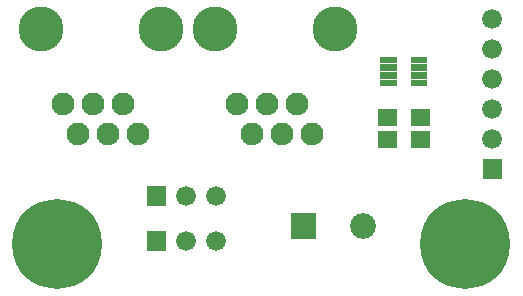
<source format=gbr>
G04 start of page 6 for group -4063 idx -4063 *
G04 Title: (unknown), componentmask *
G04 Creator: pcb 20110918 *
G04 CreationDate: Sun 25 Aug 2013 04:17:39 AM GMT UTC *
G04 For: railfan *
G04 Format: Gerber/RS-274X *
G04 PCB-Dimensions: 170000 100000 *
G04 PCB-Coordinate-Origin: lower left *
%MOIN*%
%FSLAX25Y25*%
%LNTOPMASK*%
%ADD57R,0.0572X0.0572*%
%ADD56R,0.0225X0.0225*%
%ADD55C,0.0660*%
%ADD54C,0.2997*%
%ADD53C,0.0860*%
%ADD52C,0.0001*%
%ADD51C,0.0760*%
%ADD50C,0.1500*%
G54D50*X109500Y88500D03*
G54D51*X102000Y53500D03*
X97000Y63500D03*
X92000Y53500D03*
X87000Y63500D03*
X82000Y53500D03*
X77000Y63500D03*
G54D52*G36*
X94700Y27300D02*Y18700D01*
X103300D01*
Y27300D01*
X94700D01*
G37*
G54D53*X119000Y23000D03*
G54D52*G36*
X158700Y45300D02*Y38700D01*
X165300D01*
Y45300D01*
X158700D01*
G37*
G54D54*X153000Y17000D03*
G54D55*X162000Y52000D03*
Y62000D03*
Y72000D03*
Y82000D03*
Y92000D03*
G54D50*X69500Y88500D03*
X51500D03*
X11500D03*
G54D51*X44000Y53500D03*
X39000Y63500D03*
X29000D03*
X19000D03*
X34000Y53500D03*
X24000D03*
G54D54*X17000Y17000D03*
G54D52*G36*
X46700Y36300D02*Y29700D01*
X53300D01*
Y36300D01*
X46700D01*
G37*
G54D55*X60000Y33000D03*
X70000D03*
G54D52*G36*
X46700Y21300D02*Y14700D01*
X53300D01*
Y21300D01*
X46700D01*
G37*
G54D55*X60000Y18000D03*
X70000D03*
G54D56*X136080Y70660D02*X139230D01*
X136080Y73220D02*X139230D01*
X136080Y75780D02*X139230D01*
X125770Y78340D02*X128920D01*
X125770Y75780D02*X128920D01*
X125770Y73220D02*X128920D01*
X125770Y70660D02*X128920D01*
X136080Y78340D02*X139230D01*
G54D57*X126607Y59043D02*X127393D01*
X126607Y51957D02*X127393D01*
X137607Y59043D02*X138393D01*
X137607Y51957D02*X138393D01*
M02*

</source>
